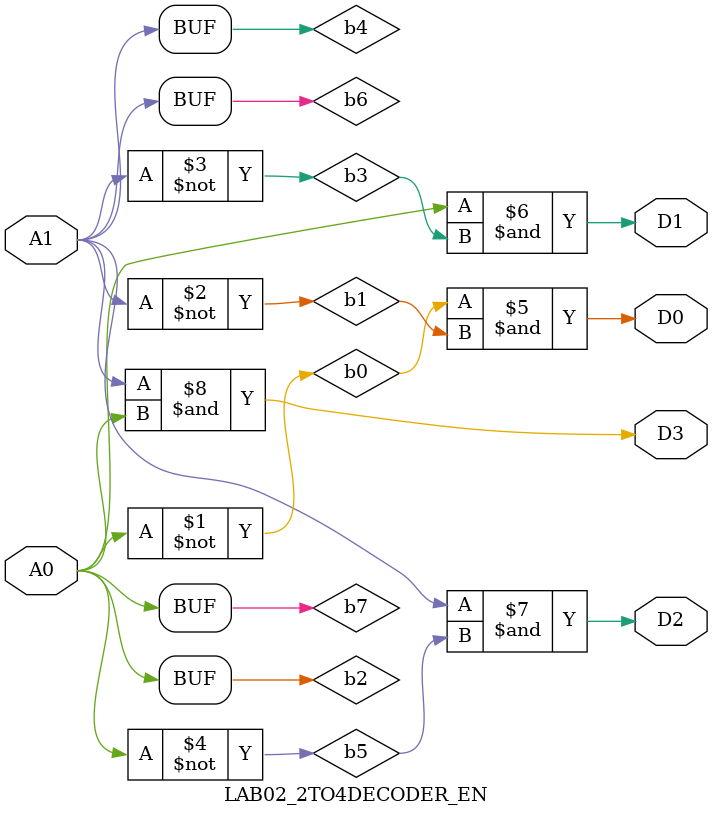
<source format=v>
module LAB02_2TO4DECODER_EN (
    A0, A1, D3, D2, D1, D0
);
    input A1,A0;
    output D3,D2,D1,D0;

    wire b0, b1, b2, b3, b4, b5, b6, b7;
    assign b0 = ~A0;
    assign b1 = ~A1;
    assign b2 = A0;
    assign b3 = ~A1;
    assign b4 = A1;
    assign b5 = ~A0;
    assign b6 = A1;
    assign b7 = A0;

    assign D0 = b0 & b1 ;
    assign D1 = b2 & b3 ;
    assign D2 = b4 & b5 ;
    assign D3 = b6 & b7 ;


endmodule


</source>
